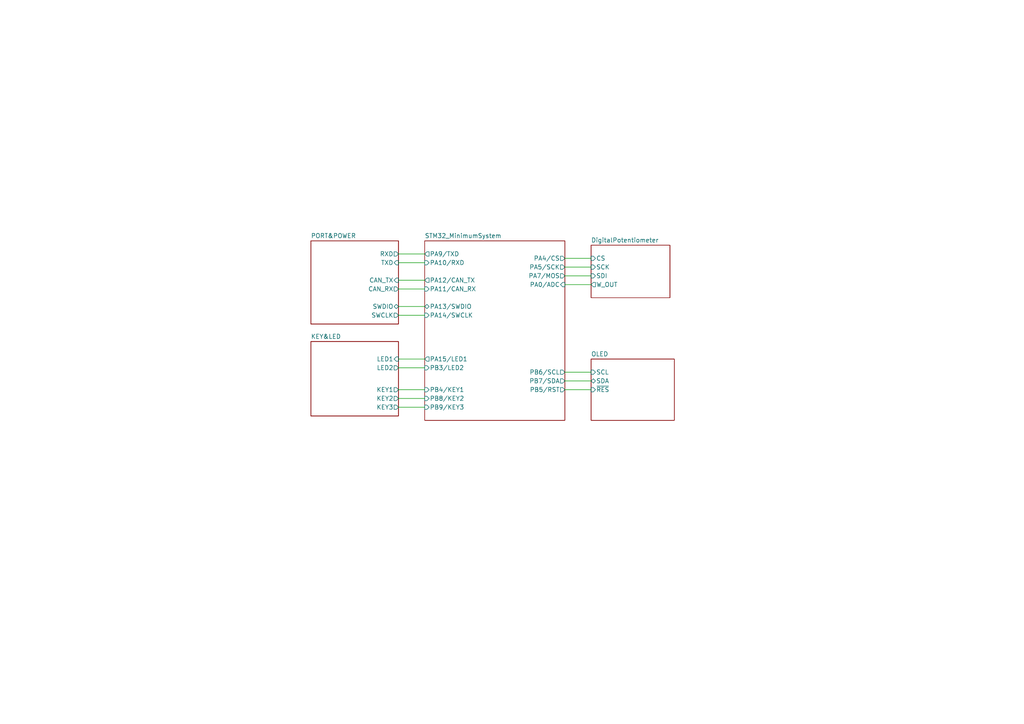
<source format=kicad_sch>
(kicad_sch (version 20211123) (generator eeschema)

  (uuid 62b8de71-35ff-4d0c-9b60-2ceca8316f07)

  (paper "A4")

  (lib_symbols
  )


  (wire (pts (xy 115.57 73.66) (xy 123.19 73.66))
    (stroke (width 0) (type default) (color 0 0 0 0))
    (uuid 045f5f26-c374-44d9-8956-946b2c4c930f)
  )
  (wire (pts (xy 163.83 74.93) (xy 171.45 74.93))
    (stroke (width 0) (type default) (color 0 0 0 0))
    (uuid 0906fd8b-520a-4389-80e8-2cf53d9f89c1)
  )
  (wire (pts (xy 115.57 115.57) (xy 123.19 115.57))
    (stroke (width 0) (type default) (color 0 0 0 0))
    (uuid 0adee4d3-7885-421c-9c5a-a35e6c23593d)
  )
  (wire (pts (xy 163.83 82.55) (xy 171.45 82.55))
    (stroke (width 0) (type default) (color 0 0 0 0))
    (uuid 0e96070a-27f3-44e2-9073-d6ce9af4d3da)
  )
  (wire (pts (xy 115.57 91.44) (xy 123.19 91.44))
    (stroke (width 0) (type default) (color 0 0 0 0))
    (uuid 18cf5d2c-7bdf-4200-af3d-7610f45ec4ba)
  )
  (wire (pts (xy 163.83 80.01) (xy 171.45 80.01))
    (stroke (width 0) (type default) (color 0 0 0 0))
    (uuid 24934a1a-d593-4131-a1c0-e10ed74ecf96)
  )
  (wire (pts (xy 163.83 113.03) (xy 171.45 113.03))
    (stroke (width 0) (type default) (color 0 0 0 0))
    (uuid 338c9374-75a3-4098-b6db-9f3bd49ffe57)
  )
  (wire (pts (xy 115.57 106.68) (xy 123.19 106.68))
    (stroke (width 0) (type default) (color 0 0 0 0))
    (uuid 391f4dd0-a21d-4498-adfc-fbc8301e0dc2)
  )
  (wire (pts (xy 163.83 107.95) (xy 171.45 107.95))
    (stroke (width 0) (type default) (color 0 0 0 0))
    (uuid 483a46df-2a6d-488f-8f0c-287655b67ad8)
  )
  (wire (pts (xy 115.57 113.03) (xy 123.19 113.03))
    (stroke (width 0) (type default) (color 0 0 0 0))
    (uuid 4b605f7c-ff2b-4ab4-9ad9-e698bba31baa)
  )
  (wire (pts (xy 115.57 104.14) (xy 123.19 104.14))
    (stroke (width 0) (type default) (color 0 0 0 0))
    (uuid 4f300317-32ee-4e91-b96b-4525a97295f2)
  )
  (wire (pts (xy 163.83 77.47) (xy 171.45 77.47))
    (stroke (width 0) (type default) (color 0 0 0 0))
    (uuid 68277dc2-5df0-4f64-b8e1-21eed1aa977e)
  )
  (wire (pts (xy 115.57 76.2) (xy 123.19 76.2))
    (stroke (width 0) (type default) (color 0 0 0 0))
    (uuid 6a2fb6ef-14b1-4065-8a8b-2658bba01b2c)
  )
  (wire (pts (xy 115.57 83.82) (xy 123.19 83.82))
    (stroke (width 0) (type default) (color 0 0 0 0))
    (uuid 8136f540-23cd-4f5b-991f-1c2e15185ee1)
  )
  (wire (pts (xy 115.57 88.9) (xy 123.19 88.9))
    (stroke (width 0) (type default) (color 0 0 0 0))
    (uuid 8bddda71-1a09-4837-8c12-f9edabc832e9)
  )
  (wire (pts (xy 163.83 110.49) (xy 171.45 110.49))
    (stroke (width 0) (type default) (color 0 0 0 0))
    (uuid bcdc2a56-7424-43da-9050-4e814ff1e9c7)
  )
  (wire (pts (xy 115.57 81.28) (xy 123.19 81.28))
    (stroke (width 0) (type default) (color 0 0 0 0))
    (uuid c210b161-212b-470c-85da-afbf2f38ca9f)
  )
  (wire (pts (xy 115.57 118.11) (xy 123.19 118.11))
    (stroke (width 0) (type default) (color 0 0 0 0))
    (uuid f15dd191-36f5-46b9-ab00-1ac60a4a2beb)
  )

  (sheet (at 90.17 99.06) (size 25.4 21.59) (fields_autoplaced)
    (stroke (width 0.1524) (type solid) (color 0 0 0 0))
    (fill (color 0 0 0 0.0000))
    (uuid 2670680e-33e6-406f-8581-b428544e36be)
    (property "Sheet name" "KEY&LED" (id 0) (at 90.17 98.3484 0)
      (effects (font (size 1.27 1.27)) (justify left bottom))
    )
    (property "Sheet file" "KEY&LED.kicad_sch" (id 1) (at 90.17 121.2346 0)
      (effects (font (size 1.27 1.27)) (justify left top) hide)
    )
    (pin "LED1" input (at 115.57 104.14 0)
      (effects (font (size 1.27 1.27)) (justify right))
      (uuid 46e808f1-f086-44f5-9a8d-c3c5a57ba263)
    )
    (pin "LED2" output (at 115.57 106.68 0)
      (effects (font (size 1.27 1.27)) (justify right))
      (uuid 3bdbf65c-0fdd-4790-963d-4116a244e8d6)
    )
    (pin "KEY2" output (at 115.57 115.57 0)
      (effects (font (size 1.27 1.27)) (justify right))
      (uuid 602ded42-d7f8-44c0-960f-98d0bd026f61)
    )
    (pin "KEY3" output (at 115.57 118.11 0)
      (effects (font (size 1.27 1.27)) (justify right))
      (uuid 2b7d9c2c-c7f5-442f-8b78-b4225efb95a9)
    )
    (pin "KEY1" output (at 115.57 113.03 0)
      (effects (font (size 1.27 1.27)) (justify right))
      (uuid 4acc4b50-ff63-41e9-9669-0a1a8d25d4e0)
    )
  )

  (sheet (at 171.45 104.14) (size 24.13 17.78) (fields_autoplaced)
    (stroke (width 0.1524) (type solid) (color 0 0 0 0))
    (fill (color 0 0 0 0.0000))
    (uuid 5bf15dc5-0435-4a0e-be4e-a9f42f19da7b)
    (property "Sheet name" "OLED" (id 0) (at 171.45 103.4284 0)
      (effects (font (size 1.27 1.27)) (justify left bottom))
    )
    (property "Sheet file" "OLED.kicad_sch" (id 1) (at 171.45 122.5046 0)
      (effects (font (size 1.27 1.27)) (justify left top) hide)
    )
    (pin "SDA" bidirectional (at 171.45 110.49 180)
      (effects (font (size 1.27 1.27)) (justify left))
      (uuid 07a8d0a6-9d97-41b3-ab5e-d42e1c25a1c4)
    )
    (pin "SCL" input (at 171.45 107.95 180)
      (effects (font (size 1.27 1.27)) (justify left))
      (uuid 04017c56-f6e5-46d8-ae4b-b3bdc0d0f61c)
    )
    (pin "~{RES}" input (at 171.45 113.03 180)
      (effects (font (size 1.27 1.27)) (justify left))
      (uuid 7376a892-0399-46c9-8e51-fe8f60f86149)
    )
  )

  (sheet (at 171.45 71.12) (size 22.86 15.24) (fields_autoplaced)
    (stroke (width 0.1524) (type solid) (color 0 0 0 0))
    (fill (color 0 0 0 0.0000))
    (uuid 6aeebb62-c061-429e-93be-8a9ea18bda25)
    (property "Sheet name" "DigitalPotentiometer" (id 0) (at 171.45 70.4084 0)
      (effects (font (size 1.27 1.27)) (justify left bottom))
    )
    (property "Sheet file" "DigitalPotentiometer.kicad_sch" (id 1) (at 171.45 86.9446 0)
      (effects (font (size 1.27 1.27)) (justify left top) hide)
    )
    (pin "SCK" input (at 171.45 77.47 180)
      (effects (font (size 1.27 1.27)) (justify left))
      (uuid ca64eadd-da09-47d0-a7e7-bb9543986090)
    )
    (pin "SDI" input (at 171.45 80.01 180)
      (effects (font (size 1.27 1.27)) (justify left))
      (uuid 929e2f23-18ea-4211-af64-c7a7e8395325)
    )
    (pin "CS" input (at 171.45 74.93 180)
      (effects (font (size 1.27 1.27)) (justify left))
      (uuid e5abeef4-2584-4eba-a594-260c89642fc0)
    )
    (pin "W_OUT" output (at 171.45 82.55 180)
      (effects (font (size 1.27 1.27)) (justify left))
      (uuid c3d96ee0-796d-47d5-ace8-8d3b6489295f)
    )
  )

  (sheet (at 90.17 69.85) (size 25.4 24.13) (fields_autoplaced)
    (stroke (width 0.1524) (type solid) (color 0 0 0 0))
    (fill (color 0 0 0 0.0000))
    (uuid 76b0fb36-8cfc-49c4-af14-bc6016a25ebe)
    (property "Sheet name" "PORT&POWER" (id 0) (at 90.17 69.1384 0)
      (effects (font (size 1.27 1.27)) (justify left bottom))
    )
    (property "Sheet file" "PORT&POWER.kicad_sch" (id 1) (at 90.17 94.5646 0)
      (effects (font (size 1.27 1.27)) (justify left top) hide)
    )
    (pin "RXD" output (at 115.57 73.66 0)
      (effects (font (size 1.27 1.27)) (justify right))
      (uuid 02ccc922-c647-410d-a831-c962117191ba)
    )
    (pin "CAN_TX" input (at 115.57 81.28 0)
      (effects (font (size 1.27 1.27)) (justify right))
      (uuid b5953aef-e14b-492d-a46a-9b113edbcb28)
    )
    (pin "CAN_RX" output (at 115.57 83.82 0)
      (effects (font (size 1.27 1.27)) (justify right))
      (uuid 81245643-2ce0-4bf2-a204-635bf81312eb)
    )
    (pin "SWCLK" output (at 115.57 91.44 0)
      (effects (font (size 1.27 1.27)) (justify right))
      (uuid 9c4602f5-7a78-4027-b050-a496da7b7f5b)
    )
    (pin "TXD" input (at 115.57 76.2 0)
      (effects (font (size 1.27 1.27)) (justify right))
      (uuid a7a45587-7452-488b-b3b5-a85f7fa3fec6)
    )
    (pin "SWDIO" bidirectional (at 115.57 88.9 0)
      (effects (font (size 1.27 1.27)) (justify right))
      (uuid 0cc766ce-f7be-4f7a-a57c-bd589c52d030)
    )
  )

  (sheet (at 123.19 69.85) (size 40.64 52.07) (fields_autoplaced)
    (stroke (width 0.1524) (type solid) (color 0 0 0 0))
    (fill (color 0 0 0 0.0000))
    (uuid 8bd05cd1-cc07-47f2-8a02-bbd82cbb8f01)
    (property "Sheet name" "STM32_MinimumSystem" (id 0) (at 123.19 69.1384 0)
      (effects (font (size 1.27 1.27)) (justify left bottom))
    )
    (property "Sheet file" "STM32_MinimumSystem.kicad_sch" (id 1) (at 123.19 122.5046 0)
      (effects (font (size 1.27 1.27)) (justify left top) hide)
    )
    (pin "PB7{slash}SDA" output (at 163.83 110.49 0)
      (effects (font (size 1.27 1.27)) (justify right))
      (uuid 49918b5c-8475-4ccd-af93-0e2b4c535490)
    )
    (pin "PB4{slash}KEY1" input (at 123.19 113.03 180)
      (effects (font (size 1.27 1.27)) (justify left))
      (uuid b1ef42a6-9bf8-4afe-a1e4-26de59a00d79)
    )
    (pin "PB5{slash}RST" output (at 163.83 113.03 0)
      (effects (font (size 1.27 1.27)) (justify right))
      (uuid 4b61ff88-9566-4325-9cdb-38a921195779)
    )
    (pin "PA14{slash}SWCLK" input (at 123.19 91.44 180)
      (effects (font (size 1.27 1.27)) (justify left))
      (uuid 55f407cc-5344-48a9-a689-c306e868cca4)
    )
    (pin "PA13{slash}SWDIO" bidirectional (at 123.19 88.9 180)
      (effects (font (size 1.27 1.27)) (justify left))
      (uuid 1f70f9e0-0c6a-4c8a-a26d-4cef7398dd70)
    )
    (pin "PB8{slash}KEY2" input (at 123.19 115.57 180)
      (effects (font (size 1.27 1.27)) (justify left))
      (uuid d891fcab-fb9e-4862-931c-ee91cfe3e0c9)
    )
    (pin "PB9{slash}KEY3" input (at 123.19 118.11 180)
      (effects (font (size 1.27 1.27)) (justify left))
      (uuid c25855f1-4d69-40eb-8aef-ee6a6ffc233c)
    )
    (pin "PA12{slash}CAN_TX" output (at 123.19 81.28 180)
      (effects (font (size 1.27 1.27)) (justify left))
      (uuid 100cb27c-79e2-4220-827c-59d1019b147f)
    )
    (pin "PA11{slash}CAN_RX" input (at 123.19 83.82 180)
      (effects (font (size 1.27 1.27)) (justify left))
      (uuid 2050d77c-e9a4-4616-83a0-55b26bcef752)
    )
    (pin "PA9{slash}TXD" output (at 123.19 73.66 180)
      (effects (font (size 1.27 1.27)) (justify left))
      (uuid 998b88e1-900d-4c63-b8c0-d75783d86bd1)
    )
    (pin "PA15{slash}LED1" output (at 123.19 104.14 180)
      (effects (font (size 1.27 1.27)) (justify left))
      (uuid bda4a429-ff6c-4aff-96b3-2de8f7c80500)
    )
    (pin "PB3{slash}LED2" input (at 123.19 106.68 180)
      (effects (font (size 1.27 1.27)) (justify left))
      (uuid 4f7f7e38-6c10-42a7-b95f-442efb44b317)
    )
    (pin "PB6{slash}SCL" output (at 163.83 107.95 0)
      (effects (font (size 1.27 1.27)) (justify right))
      (uuid 93710e9b-9079-41e7-8302-398e0647d8a7)
    )
    (pin "PA0{slash}ADC" input (at 163.83 82.55 0)
      (effects (font (size 1.27 1.27)) (justify right))
      (uuid 25e33155-1fc0-4011-a97f-9acdad419ceb)
    )
    (pin "PA10{slash}RXD" input (at 123.19 76.2 180)
      (effects (font (size 1.27 1.27)) (justify left))
      (uuid b086ab38-f592-4aec-8821-7ad485d9e614)
    )
    (pin "PA4{slash}CS" output (at 163.83 74.93 0)
      (effects (font (size 1.27 1.27)) (justify right))
      (uuid bc606777-8373-49e5-a451-4230955ac336)
    )
    (pin "PA5{slash}SCK" output (at 163.83 77.47 0)
      (effects (font (size 1.27 1.27)) (justify right))
      (uuid 42726911-6481-4984-8b40-c36065db9c02)
    )
    (pin "PA7{slash}MOS" output (at 163.83 80.01 0)
      (effects (font (size 1.27 1.27)) (justify right))
      (uuid 4c4f5786-a66d-4059-ba6e-014b0799aa4a)
    )
  )

  (sheet_instances
    (path "/" (page "1"))
    (path "/76b0fb36-8cfc-49c4-af14-bc6016a25ebe" (page "2"))
    (path "/8bd05cd1-cc07-47f2-8a02-bbd82cbb8f01" (page "3"))
    (path "/2670680e-33e6-406f-8581-b428544e36be" (page "4"))
    (path "/6aeebb62-c061-429e-93be-8a9ea18bda25" (page "5"))
    (path "/5bf15dc5-0435-4a0e-be4e-a9f42f19da7b" (page "6"))
  )

  (symbol_instances
    (path "/76b0fb36-8cfc-49c4-af14-bc6016a25ebe/5f72557c-6589-4f27-b0cd-8afa69a80ad8"
      (reference "#FLG01") (unit 1) (value "PWR_FLAG") (footprint "")
    )
    (path "/76b0fb36-8cfc-49c4-af14-bc6016a25ebe/d27fc4ee-0472-43a5-aed2-87b694cc199b"
      (reference "#FLG02") (unit 1) (value "PWR_FLAG") (footprint "")
    )
    (path "/76b0fb36-8cfc-49c4-af14-bc6016a25ebe/aeb5ac73-3abf-4db4-8208-7e1136f1f020"
      (reference "#FLG03") (unit 1) (value "PWR_FLAG") (footprint "")
    )
    (path "/76b0fb36-8cfc-49c4-af14-bc6016a25ebe/9c7c153f-312c-4136-99de-c6ea2aa04d5b"
      (reference "#PWR01") (unit 1) (value "GND") (footprint "")
    )
    (path "/76b0fb36-8cfc-49c4-af14-bc6016a25ebe/020c712a-26d5-4c64-9dfb-aa9449dbef15"
      (reference "#PWR02") (unit 1) (value "VBUS") (footprint "")
    )
    (path "/76b0fb36-8cfc-49c4-af14-bc6016a25ebe/11f381aa-5f98-4385-b75e-5aae4199fea6"
      (reference "#PWR03") (unit 1) (value "+3.3V") (footprint "")
    )
    (path "/76b0fb36-8cfc-49c4-af14-bc6016a25ebe/6fd3dd3c-fff2-4809-9a4c-527a989ec0be"
      (reference "#PWR04") (unit 1) (value "GND") (footprint "")
    )
    (path "/76b0fb36-8cfc-49c4-af14-bc6016a25ebe/4b7f29e4-936a-409a-aa8d-2e22d3f21b49"
      (reference "#PWR05") (unit 1) (value "GND") (footprint "")
    )
    (path "/76b0fb36-8cfc-49c4-af14-bc6016a25ebe/6d34ebd6-4e0e-47d3-8604-7e65c60c9c56"
      (reference "#PWR06") (unit 1) (value "+3.3V") (footprint "")
    )
    (path "/76b0fb36-8cfc-49c4-af14-bc6016a25ebe/1bee4ba9-19a7-4506-8fa9-80f13f6374c4"
      (reference "#PWR07") (unit 1) (value "GND") (footprint "")
    )
    (path "/76b0fb36-8cfc-49c4-af14-bc6016a25ebe/8743c28b-026c-43d9-8cc4-e49ebfecc713"
      (reference "#PWR08") (unit 1) (value "VBUS") (footprint "")
    )
    (path "/76b0fb36-8cfc-49c4-af14-bc6016a25ebe/040ac8a8-32f6-4895-bd8e-a0f0218da5aa"
      (reference "#PWR09") (unit 1) (value "VBUS") (footprint "")
    )
    (path "/76b0fb36-8cfc-49c4-af14-bc6016a25ebe/010c56d4-c068-43ae-b89b-d23f1d1a6e81"
      (reference "#PWR010") (unit 1) (value "GND") (footprint "")
    )
    (path "/76b0fb36-8cfc-49c4-af14-bc6016a25ebe/34b11bee-4d68-4ede-aaf5-d4deb1e8ddfa"
      (reference "#PWR011") (unit 1) (value "+3.3V") (footprint "")
    )
    (path "/76b0fb36-8cfc-49c4-af14-bc6016a25ebe/010c7104-53dc-44af-abfc-0fb2409e16b7"
      (reference "#PWR012") (unit 1) (value "+3.3V") (footprint "")
    )
    (path "/76b0fb36-8cfc-49c4-af14-bc6016a25ebe/edccafe0-78e9-4108-8685-382d6f693af0"
      (reference "#PWR013") (unit 1) (value "GND") (footprint "")
    )
    (path "/76b0fb36-8cfc-49c4-af14-bc6016a25ebe/d083838a-d2ad-4d52-ae0b-d49bf330a15b"
      (reference "#PWR014") (unit 1) (value "VBUS") (footprint "")
    )
    (path "/76b0fb36-8cfc-49c4-af14-bc6016a25ebe/e8188cc8-d828-4da4-aa43-48c12b5d1867"
      (reference "#PWR015") (unit 1) (value "GND") (footprint "")
    )
    (path "/76b0fb36-8cfc-49c4-af14-bc6016a25ebe/89d80779-fbbf-48b0-b577-74d2abf50dc4"
      (reference "#PWR016") (unit 1) (value "VBUS") (footprint "")
    )
    (path "/76b0fb36-8cfc-49c4-af14-bc6016a25ebe/5fdd7480-2449-4cca-8d6e-7647c2cab870"
      (reference "#PWR017") (unit 1) (value "GND") (footprint "")
    )
    (path "/76b0fb36-8cfc-49c4-af14-bc6016a25ebe/67dc4302-d3b6-419d-a36a-1de155f12f53"
      (reference "#PWR018") (unit 1) (value "+3.3V") (footprint "")
    )
    (path "/76b0fb36-8cfc-49c4-af14-bc6016a25ebe/51ef55bd-a3a5-43b4-8eb7-f86fb7ca4505"
      (reference "#PWR019") (unit 1) (value "GND") (footprint "")
    )
    (path "/76b0fb36-8cfc-49c4-af14-bc6016a25ebe/089ebe68-fff6-4c0a-a874-5676ecf3a089"
      (reference "#PWR020") (unit 1) (value "VBUS") (footprint "")
    )
    (path "/76b0fb36-8cfc-49c4-af14-bc6016a25ebe/e813a6f1-b2b4-4fe7-98f6-87876153145f"
      (reference "#PWR021") (unit 1) (value "GND") (footprint "")
    )
    (path "/76b0fb36-8cfc-49c4-af14-bc6016a25ebe/9a9e1afd-06c7-45d4-91d8-cf1239d9f412"
      (reference "#PWR022") (unit 1) (value "VBUS") (footprint "")
    )
    (path "/76b0fb36-8cfc-49c4-af14-bc6016a25ebe/91938e2a-612f-425e-8368-65c971231e0d"
      (reference "#PWR023") (unit 1) (value "GND") (footprint "")
    )
    (path "/76b0fb36-8cfc-49c4-af14-bc6016a25ebe/f51c2cf9-e1b3-4e44-9ca5-9366882fc494"
      (reference "#PWR024") (unit 1) (value "+3.3V") (footprint "")
    )
    (path "/76b0fb36-8cfc-49c4-af14-bc6016a25ebe/878bd478-da43-49c1-959b-a4881870cbcc"
      (reference "#PWR025") (unit 1) (value "+3.3V") (footprint "")
    )
    (path "/76b0fb36-8cfc-49c4-af14-bc6016a25ebe/5fa35953-5c21-4a28-bdf7-4835eedb9a12"
      (reference "#PWR026") (unit 1) (value "GND") (footprint "")
    )
    (path "/76b0fb36-8cfc-49c4-af14-bc6016a25ebe/99cf184c-f192-4143-94aa-22bed6ecf34e"
      (reference "#PWR027") (unit 1) (value "+3.3V") (footprint "")
    )
    (path "/76b0fb36-8cfc-49c4-af14-bc6016a25ebe/c45edcd4-7f1c-42ff-a58d-5b71e750be3c"
      (reference "#PWR028") (unit 1) (value "GND") (footprint "")
    )
    (path "/8bd05cd1-cc07-47f2-8a02-bbd82cbb8f01/74d6733a-c558-40e2-ac53-d244a670249a"
      (reference "#PWR029") (unit 1) (value "GND") (footprint "")
    )
    (path "/8bd05cd1-cc07-47f2-8a02-bbd82cbb8f01/65ee3562-10c5-493b-aaf8-64d8e2fe791d"
      (reference "#PWR030") (unit 1) (value "GND") (footprint "")
    )
    (path "/8bd05cd1-cc07-47f2-8a02-bbd82cbb8f01/ddad7131-be59-44f9-bf51-f1181322c4bb"
      (reference "#PWR031") (unit 1) (value "GND") (footprint "")
    )
    (path "/8bd05cd1-cc07-47f2-8a02-bbd82cbb8f01/cd298a5d-4b98-4fc7-a808-79ef97ccc45e"
      (reference "#PWR032") (unit 1) (value "GND") (footprint "")
    )
    (path "/8bd05cd1-cc07-47f2-8a02-bbd82cbb8f01/92a54a78-b036-428f-950e-96cd7ce83a2c"
      (reference "#PWR033") (unit 1) (value "+3.3V") (footprint "")
    )
    (path "/8bd05cd1-cc07-47f2-8a02-bbd82cbb8f01/4a089693-f9b7-417c-8e2e-f5ec36e133af"
      (reference "#PWR034") (unit 1) (value "GND") (footprint "")
    )
    (path "/8bd05cd1-cc07-47f2-8a02-bbd82cbb8f01/e461fa7d-8d96-4512-bd88-5bb6d8fd5595"
      (reference "#PWR035") (unit 1) (value "+3.3V") (footprint "")
    )
    (path "/8bd05cd1-cc07-47f2-8a02-bbd82cbb8f01/64c0b5a4-2e1a-4287-a299-d2cde8bda9fc"
      (reference "#PWR036") (unit 1) (value "GND") (footprint "")
    )
    (path "/8bd05cd1-cc07-47f2-8a02-bbd82cbb8f01/e69d4dd8-4038-4ae5-a522-adacc1d21677"
      (reference "#PWR037") (unit 1) (value "+3.3V") (footprint "")
    )
    (path "/8bd05cd1-cc07-47f2-8a02-bbd82cbb8f01/fbb6112b-7c82-4f3e-bbcb-1fd2e27bfec2"
      (reference "#PWR038") (unit 1) (value "GND") (footprint "")
    )
    (path "/8bd05cd1-cc07-47f2-8a02-bbd82cbb8f01/85a1a90e-e26e-4475-9b47-d945931838ce"
      (reference "#PWR039") (unit 1) (value "VBUS") (footprint "")
    )
    (path "/8bd05cd1-cc07-47f2-8a02-bbd82cbb8f01/14f4a0d3-db29-4c43-b60a-6ed45e9203f7"
      (reference "#PWR040") (unit 1) (value "GND") (footprint "")
    )
    (path "/8bd05cd1-cc07-47f2-8a02-bbd82cbb8f01/3b750b92-816f-4030-80fb-65b8a6a16500"
      (reference "#PWR041") (unit 1) (value "+3.3V") (footprint "")
    )
    (path "/8bd05cd1-cc07-47f2-8a02-bbd82cbb8f01/a62fdd35-3685-4786-9eff-993279771180"
      (reference "#PWR042") (unit 1) (value "GND") (footprint "")
    )
    (path "/8bd05cd1-cc07-47f2-8a02-bbd82cbb8f01/a9e96226-e6eb-4f37-96d9-eb226d6c9c0b"
      (reference "#PWR043") (unit 1) (value "+3.3V") (footprint "")
    )
    (path "/2670680e-33e6-406f-8581-b428544e36be/8bf99eac-c3a2-4ebb-a1d1-2cff2dbcbf97"
      (reference "#PWR044") (unit 1) (value "+3.3V") (footprint "")
    )
    (path "/2670680e-33e6-406f-8581-b428544e36be/b64fcb4f-c6fb-48a8-9d87-b5847af214e6"
      (reference "#PWR045") (unit 1) (value "GND") (footprint "")
    )
    (path "/2670680e-33e6-406f-8581-b428544e36be/4acb1c37-8571-4e04-8f95-59b8de0690c5"
      (reference "#PWR046") (unit 1) (value "+3.3V") (footprint "")
    )
    (path "/2670680e-33e6-406f-8581-b428544e36be/78c379b7-26f3-40c5-a7da-fb204e3008cb"
      (reference "#PWR047") (unit 1) (value "+3.3V") (footprint "")
    )
    (path "/2670680e-33e6-406f-8581-b428544e36be/2819f453-221f-4d9e-8fdb-8e999574020e"
      (reference "#PWR048") (unit 1) (value "GND") (footprint "")
    )
    (path "/2670680e-33e6-406f-8581-b428544e36be/157c95e9-4e6f-417b-a35f-323fb7d91449"
      (reference "#PWR049") (unit 1) (value "+3.3V") (footprint "")
    )
    (path "/2670680e-33e6-406f-8581-b428544e36be/53050b97-791d-4307-ab2f-d150a9dcdd30"
      (reference "#PWR050") (unit 1) (value "GND") (footprint "")
    )
    (path "/2670680e-33e6-406f-8581-b428544e36be/af383454-b946-465c-9778-5774b77f017f"
      (reference "#PWR051") (unit 1) (value "GND") (footprint "")
    )
    (path "/2670680e-33e6-406f-8581-b428544e36be/c6024d97-1848-496d-9fee-a42a7c6c6352"
      (reference "#PWR052") (unit 1) (value "+3.3V") (footprint "")
    )
    (path "/2670680e-33e6-406f-8581-b428544e36be/4f7699fd-f0f0-4c48-b9cc-071a02e28322"
      (reference "#PWR053") (unit 1) (value "GND") (footprint "")
    )
    (path "/2670680e-33e6-406f-8581-b428544e36be/df2266af-d701-4be7-8166-05d20e645e47"
      (reference "#PWR054") (unit 1) (value "GND") (footprint "")
    )
    (path "/2670680e-33e6-406f-8581-b428544e36be/986af359-652c-41a5-96f4-5ec91e55c9b6"
      (reference "#PWR055") (unit 1) (value "+3.3V") (footprint "")
    )
    (path "/2670680e-33e6-406f-8581-b428544e36be/4475d34d-2b8e-4556-9ec0-6fccd55062f3"
      (reference "#PWR056") (unit 1) (value "GND") (footprint "")
    )
    (path "/6aeebb62-c061-429e-93be-8a9ea18bda25/893f6363-b11d-41d3-a968-d4dd0bc3f68d"
      (reference "#PWR057") (unit 1) (value "+3.3V") (footprint "")
    )
    (path "/6aeebb62-c061-429e-93be-8a9ea18bda25/bd044046-0e07-4a23-bf4f-a59f9a699dcf"
      (reference "#PWR058") (unit 1) (value "GND") (footprint "")
    )
    (path "/6aeebb62-c061-429e-93be-8a9ea18bda25/2236219c-c94e-437d-9b09-36179ee6aa98"
      (reference "#PWR059") (unit 1) (value "+3.3V") (footprint "")
    )
    (path "/6aeebb62-c061-429e-93be-8a9ea18bda25/e1703fbe-b565-42bb-b907-651212e5122e"
      (reference "#PWR060") (unit 1) (value "GND") (footprint "")
    )
    (path "/76b0fb36-8cfc-49c4-af14-bc6016a25ebe/b26f622f-a7bd-4763-ae0e-f050a3d50712"
      (reference "#PWR061") (unit 1) (value "VBUS") (footprint "")
    )
    (path "/76b0fb36-8cfc-49c4-af14-bc6016a25ebe/59440f26-90da-458c-899d-cad65a88f1d5"
      (reference "#PWR062") (unit 1) (value "GND") (footprint "")
    )
    (path "/5bf15dc5-0435-4a0e-be4e-a9f42f19da7b/f90ac38d-7ff1-4f40-b615-90ae1610de32"
      (reference "#PWR063") (unit 1) (value "+3.3V") (footprint "")
    )
    (path "/5bf15dc5-0435-4a0e-be4e-a9f42f19da7b/8944388e-89da-4ee5-b6eb-8f71d952e198"
      (reference "#PWR064") (unit 1) (value "GND") (footprint "")
    )
    (path "/5bf15dc5-0435-4a0e-be4e-a9f42f19da7b/c2d6ca8c-df65-4274-b773-e9789ac62d9d"
      (reference "#PWR065") (unit 1) (value "GND") (footprint "")
    )
    (path "/5bf15dc5-0435-4a0e-be4e-a9f42f19da7b/b96f9f3d-2a84-4975-aaac-195cc3646246"
      (reference "#PWR066") (unit 1) (value "+3.3V") (footprint "")
    )
    (path "/5bf15dc5-0435-4a0e-be4e-a9f42f19da7b/8e385f68-5ff9-4163-89ba-fb2ffeaf7a71"
      (reference "#PWR067") (unit 1) (value "GND") (footprint "")
    )
    (path "/76b0fb36-8cfc-49c4-af14-bc6016a25ebe/d0237d97-48ee-4ba1-a01a-57ce589922d5"
      (reference "C1") (unit 1) (value "100n") (footprint "Capacitor_SMD:C_0603_1608Metric")
    )
    (path "/76b0fb36-8cfc-49c4-af14-bc6016a25ebe/20177850-f9e6-4982-86cf-82ad2d5f0281"
      (reference "C2") (unit 1) (value "100n") (footprint "Capacitor_SMD:C_0603_1608Metric")
    )
    (path "/76b0fb36-8cfc-49c4-af14-bc6016a25ebe/70349235-4ef6-4738-bc6e-0debd5b89bc8"
      (reference "C3") (unit 1) (value "10u") (footprint "Capacitor_SMD:C_0603_1608Metric")
    )
    (path "/76b0fb36-8cfc-49c4-af14-bc6016a25ebe/3492dd66-e9ef-47d7-9f30-81af54b263e2"
      (reference "C4") (unit 1) (value "100n") (footprint "Capacitor_SMD:C_0603_1608Metric")
    )
    (path "/76b0fb36-8cfc-49c4-af14-bc6016a25ebe/c587fa90-993d-4619-ae40-c693fcdcb420"
      (reference "C5") (unit 1) (value "100n") (footprint "Capacitor_SMD:C_0603_1608Metric")
    )
    (path "/76b0fb36-8cfc-49c4-af14-bc6016a25ebe/b3065b53-82c6-4e9e-9016-09dc69a8c982"
      (reference "C6") (unit 1) (value "10u") (footprint "Capacitor_SMD:C_0603_1608Metric")
    )
    (path "/76b0fb36-8cfc-49c4-af14-bc6016a25ebe/28b8f332-3341-41d2-b875-365b3cbbba28"
      (reference "C7") (unit 1) (value "100n") (footprint "Capacitor_SMD:C_0603_1608Metric")
    )
    (path "/8bd05cd1-cc07-47f2-8a02-bbd82cbb8f01/183ff100-d8c1-482c-9c23-dc501209eb13"
      (reference "C8") (unit 1) (value "100n") (footprint "Capacitor_SMD:C_0603_1608Metric")
    )
    (path "/8bd05cd1-cc07-47f2-8a02-bbd82cbb8f01/19b77634-3c52-48d6-b06d-17b810acdd33"
      (reference "C9") (unit 1) (value "18p") (footprint "Capacitor_SMD:C_0603_1608Metric")
    )
    (path "/8bd05cd1-cc07-47f2-8a02-bbd82cbb8f01/5b837569-fe54-4ae0-b289-8a1f93eafb2d"
      (reference "C10") (unit 1) (value "18p") (footprint "Capacitor_SMD:C_0603_1608Metric")
    )
    (path "/8bd05cd1-cc07-47f2-8a02-bbd82cbb8f01/f84a7187-2aa9-41a5-85f0-6f8349979aac"
      (reference "C11") (unit 1) (value "100n") (footprint "Capacitor_SMD:C_0603_1608Metric")
    )
    (path "/8bd05cd1-cc07-47f2-8a02-bbd82cbb8f01/abca01bf-fca0-4157-8aff-421ebf502af9"
      (reference "C12") (unit 1) (value "100n") (footprint "Capacitor_SMD:C_0603_1608Metric")
    )
    (path "/8bd05cd1-cc07-47f2-8a02-bbd82cbb8f01/2332eb08-3ae6-4216-bdec-fdbbd1a2d452"
      (reference "C13") (unit 1) (value "100n") (footprint "Capacitor_SMD:C_0603_1608Metric")
    )
    (path "/8bd05cd1-cc07-47f2-8a02-bbd82cbb8f01/265d2f54-d289-49bc-870d-7f8d66273764"
      (reference "C14") (unit 1) (value "100n") (footprint "Capacitor_SMD:C_0603_1608Metric")
    )
    (path "/8bd05cd1-cc07-47f2-8a02-bbd82cbb8f01/d7440776-ecfa-48c7-beb6-f035cd78fc78"
      (reference "C15") (unit 1) (value "100n") (footprint "Capacitor_SMD:C_0603_1608Metric")
    )
    (path "/2670680e-33e6-406f-8581-b428544e36be/dae70559-e54a-4666-98f1-3ca9f4d7d322"
      (reference "C16") (unit 1) (value "100n") (footprint "Capacitor_SMD:C_0603_1608Metric")
    )
    (path "/2670680e-33e6-406f-8581-b428544e36be/ab638c96-fef4-4eb2-9113-2df61eeb0189"
      (reference "C17") (unit 1) (value "100n") (footprint "Capacitor_SMD:C_0603_1608Metric")
    )
    (path "/2670680e-33e6-406f-8581-b428544e36be/0b0636af-a8d8-4d29-98d0-72fe28b5cdf1"
      (reference "C18") (unit 1) (value "100n") (footprint "Capacitor_SMD:C_0603_1608Metric")
    )
    (path "/6aeebb62-c061-429e-93be-8a9ea18bda25/10e0e110-ba9b-4d4e-b121-aa9f40d982a1"
      (reference "C19") (unit 1) (value "100n") (footprint "Capacitor_SMD:C_0603_1608Metric")
    )
    (path "/5bf15dc5-0435-4a0e-be4e-a9f42f19da7b/a8336f15-ff9f-46b2-a423-3e8fff07e13e"
      (reference "C20") (unit 1) (value "1u") (footprint "Capacitor_SMD:C_0603_1608Metric")
    )
    (path "/5bf15dc5-0435-4a0e-be4e-a9f42f19da7b/e4d23398-a7b7-41c1-affa-ad5301e6caa7"
      (reference "C21") (unit 1) (value "1u") (footprint "Capacitor_SMD:C_0603_1608Metric")
    )
    (path "/5bf15dc5-0435-4a0e-be4e-a9f42f19da7b/25401690-c4ee-4458-bf9b-9bc993b6c2c8"
      (reference "C22") (unit 1) (value "1u") (footprint "Capacitor_SMD:C_0603_1608Metric")
    )
    (path "/5bf15dc5-0435-4a0e-be4e-a9f42f19da7b/39003479-4301-4c4c-b4c0-58679f7c8c04"
      (reference "C23") (unit 1) (value "4.7u") (footprint "Capacitor_SMD:C_0603_1608Metric")
    )
    (path "/5bf15dc5-0435-4a0e-be4e-a9f42f19da7b/a18e1230-cc07-4498-b002-64c51bb5c383"
      (reference "C24") (unit 1) (value "1u") (footprint "Capacitor_SMD:C_0603_1608Metric")
    )
    (path "/5bf15dc5-0435-4a0e-be4e-a9f42f19da7b/dca7ef6a-b813-4b2a-a7e3-d649e38e56b7"
      (reference "C25") (unit 1) (value "1u") (footprint "Capacitor_SMD:C_0603_1608Metric")
    )
    (path "/5bf15dc5-0435-4a0e-be4e-a9f42f19da7b/08dfbc9d-d4c7-4a20-9ce8-acf9993b5537"
      (reference "C26") (unit 1) (value "2.2u") (footprint "Capacitor_SMD:C_0603_1608Metric")
    )
    (path "/2670680e-33e6-406f-8581-b428544e36be/ec96b2de-5d9f-4655-926f-970240aba2fb"
      (reference "D1") (unit 1) (value "LED") (footprint "Capacitor_SMD:C_0603_1608Metric")
    )
    (path "/2670680e-33e6-406f-8581-b428544e36be/ed86595c-8116-4706-a1d3-5d356c1831ed"
      (reference "D2") (unit 1) (value "LED") (footprint "Capacitor_SMD:C_0603_1608Metric")
    )
    (path "/2670680e-33e6-406f-8581-b428544e36be/a9349293-1ed8-46ac-aaa5-172d99c39714"
      (reference "D3") (unit 1) (value "LED") (footprint "Capacitor_SMD:C_0603_1608Metric")
    )
    (path "/5bf15dc5-0435-4a0e-be4e-a9f42f19da7b/a23d5e11-0a99-4f60-95cf-23fcca0a8267"
      (reference "DS1") (unit 1) (value "OLED-128O064D") (footprint "Valve:OLED-0.96")
    )
    (path "/76b0fb36-8cfc-49c4-af14-bc6016a25ebe/681e356f-2682-48cb-8dcc-2567ac90c2d3"
      (reference "J1") (unit 1) (value "USB_C_Receptacle_USB2.0") (footprint "Connector_USB:USB_C_Receptacle_Palconn_UTC16-G")
    )
    (path "/76b0fb36-8cfc-49c4-af14-bc6016a25ebe/d6620966-ba27-4c66-8664-62e4e2034227"
      (reference "J2") (unit 1) (value "Conn_01x04") (footprint "Connector:FanPinHeader_1x04_P2.54mm_Vertical")
    )
    (path "/76b0fb36-8cfc-49c4-af14-bc6016a25ebe/20d48a39-bbd6-458d-a9f7-e9b5f36e7b72"
      (reference "J3") (unit 1) (value "Conn_01x02") (footprint "Connector_JST:JST_GH_SM02B-GHS-TB_1x02-1MP_P1.25mm_Horizontal")
    )
    (path "/8bd05cd1-cc07-47f2-8a02-bbd82cbb8f01/5af410e1-9163-4927-b03a-92bff9dfa85b"
      (reference "J4") (unit 1) (value "Conn_01x19") (footprint "Connector_PinHeader_2.54mm:PinHeader_1x19_P2.54mm_Vertical")
    )
    (path "/8bd05cd1-cc07-47f2-8a02-bbd82cbb8f01/9b231eac-150f-470d-aba0-3f84a19eaa09"
      (reference "J5") (unit 1) (value "Conn_01x20") (footprint "Connector_PinHeader_2.54mm:PinHeader_1x20_P2.54mm_Vertical")
    )
    (path "/8bd05cd1-cc07-47f2-8a02-bbd82cbb8f01/2511142f-20a0-402d-b60c-f2be4356a7d6"
      (reference "J6") (unit 1) (value "Conn_01x02") (footprint "Connector_PinHeader_2.54mm:PinHeader_1x02_P2.54mm_Vertical")
    )
    (path "/6aeebb62-c061-429e-93be-8a9ea18bda25/c2974b19-8e2f-48c8-94b5-9d74f27eae1c"
      (reference "J7") (unit 1) (value "Conn_01x03") (footprint "Connector:FanPinHeader_1x03_P2.54mm_Vertical")
    )
    (path "/76b0fb36-8cfc-49c4-af14-bc6016a25ebe/a983e29d-8781-46bf-b18f-cc70350963b3"
      (reference "Q1") (unit 1) (value "Q_PMOS_GSD") (footprint "Package_TO_SOT_SMD:TSOT-23")
    )
    (path "/76b0fb36-8cfc-49c4-af14-bc6016a25ebe/09ebaa6c-b2e2-454c-adb6-393e0825f6ff"
      (reference "R1") (unit 1) (value "120") (footprint "Resistor_SMD:R_0603_1608Metric")
    )
    (path "/76b0fb36-8cfc-49c4-af14-bc6016a25ebe/9f205f90-e227-433f-842a-fd0d1da120f4"
      (reference "R2") (unit 1) (value "1k") (footprint "Resistor_SMD:R_0603_1608Metric")
    )
    (path "/76b0fb36-8cfc-49c4-af14-bc6016a25ebe/87a95e20-48a9-42f2-9310-99999bff963f"
      (reference "R3") (unit 1) (value "10k") (footprint "Resistor_SMD:R_0603_1608Metric")
    )
    (path "/8bd05cd1-cc07-47f2-8a02-bbd82cbb8f01/37be086c-b1f8-4c4b-b2ec-ce598a551536"
      (reference "R4") (unit 1) (value "10k") (footprint "Resistor_SMD:R_0603_1608Metric")
    )
    (path "/8bd05cd1-cc07-47f2-8a02-bbd82cbb8f01/9a94898b-20bb-42ee-89b2-eb69b948bcc0"
      (reference "R5") (unit 1) (value "10k") (footprint "Resistor_SMD:R_0603_1608Metric")
    )
    (path "/2670680e-33e6-406f-8581-b428544e36be/398ddcff-cf75-434b-8755-64a5ad901944"
      (reference "R6") (unit 1) (value "1k") (footprint "Resistor_SMD:R_0603_1608Metric")
    )
    (path "/2670680e-33e6-406f-8581-b428544e36be/ba3cdacb-7114-4915-82ff-43b48cf86e95"
      (reference "R7") (unit 1) (value "1k") (footprint "Resistor_SMD:R_0603_1608Metric")
    )
    (path "/2670680e-33e6-406f-8581-b428544e36be/b8a387f1-402b-4732-b87a-64f3f444af92"
      (reference "R8") (unit 1) (value "1k") (footprint "Resistor_SMD:R_0603_1608Metric")
    )
    (path "/2670680e-33e6-406f-8581-b428544e36be/809c5804-762f-47d3-aef4-7729a74ff823"
      (reference "R9") (unit 1) (value "1k") (footprint "Resistor_SMD:R_0603_1608Metric")
    )
    (path "/2670680e-33e6-406f-8581-b428544e36be/fe77bd3f-46d1-46c2-a2a1-3a55ced42cea"
      (reference "R10") (unit 1) (value "1k") (footprint "Resistor_SMD:R_0603_1608Metric")
    )
    (path "/2670680e-33e6-406f-8581-b428544e36be/64303c3a-c297-47a7-aa09-4f39224d02e3"
      (reference "R11") (unit 1) (value "1k") (footprint "Resistor_SMD:R_0603_1608Metric")
    )
    (path "/5bf15dc5-0435-4a0e-be4e-a9f42f19da7b/bc086986-dbb0-4a6a-a410-b4b16779f946"
      (reference "R12") (unit 1) (value "10k") (footprint "Resistor_SMD:R_0603_1608Metric")
    )
    (path "/5bf15dc5-0435-4a0e-be4e-a9f42f19da7b/df557f25-33ec-4bc5-80ad-3e1f7a7c0ee0"
      (reference "R13") (unit 1) (value "4.7k") (footprint "Resistor_SMD:R_0603_1608Metric")
    )
    (path "/5bf15dc5-0435-4a0e-be4e-a9f42f19da7b/fbee4110-f074-455d-b3e4-90d5e5743169"
      (reference "R14") (unit 1) (value "4.7k") (footprint "Resistor_SMD:R_0603_1608Metric")
    )
    (path "/5bf15dc5-0435-4a0e-be4e-a9f42f19da7b/860739c6-bb1b-4264-a32c-2955084d2cc5"
      (reference "R15") (unit 1) (value "910k") (footprint "Resistor_SMD:R_0603_1608Metric")
    )
    (path "/8bd05cd1-cc07-47f2-8a02-bbd82cbb8f01/65800248-bb92-479c-b204-9839df7b19a8"
      (reference "SW1") (unit 1) (value "SW_Push") (footprint "Button_Switch_SMD:SW_Push_1P1T_NO_6x6mm_H9.5mm")
    )
    (path "/2670680e-33e6-406f-8581-b428544e36be/ba7cd4d3-b089-4e96-8feb-3805ac463947"
      (reference "SW2") (unit 1) (value "SW_Push") (footprint "Button_Switch_SMD:SW_Push_1P1T_NO_6x6mm_H9.5mm")
    )
    (path "/2670680e-33e6-406f-8581-b428544e36be/71125b9d-09aa-45a4-81a3-c7df30f798c9"
      (reference "SW3") (unit 1) (value "SW_Push") (footprint "Button_Switch_SMD:SW_Push_1P1T_NO_6x6mm_H9.5mm")
    )
    (path "/2670680e-33e6-406f-8581-b428544e36be/9e835dca-f51d-4d7b-bdea-ed92fe22189e"
      (reference "SW4") (unit 1) (value "SW_Push") (footprint "Button_Switch_SMD:SW_Push_1P1T_NO_6x6mm_H9.5mm")
    )
    (path "/76b0fb36-8cfc-49c4-af14-bc6016a25ebe/4cf0c65b-a925-4d37-bafd-aa33d6066b57"
      (reference "U1") (unit 1) (value "CH340E") (footprint "Package_SO:MSOP-10_3x3mm_P0.5mm")
    )
    (path "/76b0fb36-8cfc-49c4-af14-bc6016a25ebe/25b5281c-d598-4a9b-a2ed-5a594e7d0913"
      (reference "U2") (unit 1) (value "TJA1051T-3") (footprint "Package_SO:SOIC-8_3.9x4.9mm_P1.27mm")
    )
    (path "/76b0fb36-8cfc-49c4-af14-bc6016a25ebe/f48fdea0-12ce-4aeb-a5e0-e64bd6d50e22"
      (reference "U3") (unit 1) (value "HX9193") (footprint "Package_TO_SOT_SMD:SOT-23-5_HandSoldering")
    )
    (path "/8bd05cd1-cc07-47f2-8a02-bbd82cbb8f01/93137e0b-42c6-4425-b90c-a5b86db3f4d7"
      (reference "U4") (unit 1) (value "STM32F103C8Tx") (footprint "Package_QFP:LQFP-48_7x7mm_P0.5mm")
    )
    (path "/6aeebb62-c061-429e-93be-8a9ea18bda25/30e485ae-1141-4387-9c07-b06afa3bb396"
      (reference "U5") (unit 1) (value "AD8400ARZ50") (footprint "Package_SO:SOP-8_3.9x4.9mm_P1.27mm")
    )
    (path "/8bd05cd1-cc07-47f2-8a02-bbd82cbb8f01/0892918d-02e1-4b72-9757-ae3928bee96e"
      (reference "Y1") (unit 1) (value "Crystal_GND24") (footprint "Crystal:Crystal_SMD_3225-4Pin_3.2x2.5mm")
    )
  )
)

</source>
